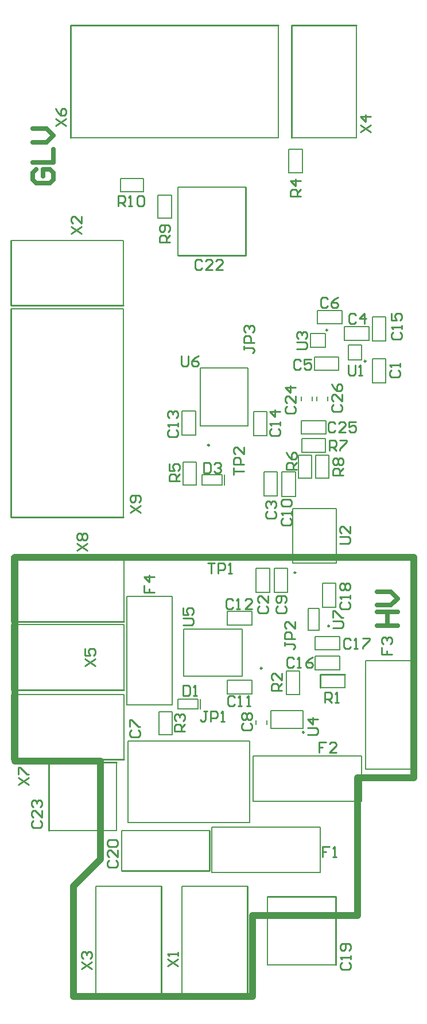
<source format=gto>
G04*
G04 #@! TF.GenerationSoftware,Altium Limited,Altium Designer,18.1.11 (251)*
G04*
G04 Layer_Color=65535*
%FSLAX25Y25*%
%MOIN*%
G70*
G01*
G75*
%ADD10C,0.00984*%
%ADD11C,0.00787*%
%ADD12C,0.01000*%
%ADD13C,0.03937*%
%ADD14C,0.02756*%
D10*
X232654Y217016D02*
G03*
X232654Y217016I-492J0D01*
G01*
X162937Y322016D02*
G03*
X162937Y322016I-492J0D01*
G01*
X193476Y192445D02*
G03*
X193476Y192445I-492J0D01*
G01*
X217941Y155201D02*
G03*
X217941Y155201I-492J0D01*
G01*
X231610Y388795D02*
G03*
X231610Y388795I-492J0D01*
G01*
X213075Y248043D02*
G03*
X213075Y248043I-492J0D01*
G01*
X253898Y370772D02*
G03*
X253898Y370772I-492J0D01*
G01*
D11*
X209063Y493693D02*
X216937D01*
Y480307D02*
Y493693D01*
X209063Y480307D02*
X216937D01*
X209063D02*
Y493693D01*
X47724Y440898D02*
X113079D01*
Y403102D02*
Y440898D01*
X48083Y257398D02*
X113437D01*
Y219602D02*
Y257398D01*
X113079Y280209D02*
Y401075D01*
X47724D02*
X113079D01*
X48083Y177287D02*
X113437D01*
Y139492D02*
Y177287D01*
X82201Y500563D02*
X203067D01*
Y565917D01*
X48083Y217787D02*
X113437D01*
Y179992D02*
Y217787D01*
X248398Y500421D02*
Y565776D01*
X210602Y500421D02*
X248398D01*
X97102Y500D02*
Y65854D01*
X134898D01*
X147102Y500D02*
Y65854D01*
X184898D01*
X226650Y214653D02*
Y227252D01*
X220351Y214653D02*
Y227252D01*
Y214653D02*
X226650D01*
X220351Y227252D02*
X226650D01*
X157720Y366898D02*
X185280D01*
X157720Y333039D02*
X185280D01*
Y366898D01*
X157720Y333039D02*
Y366898D01*
X148102Y187721D02*
Y215280D01*
X181961Y187721D02*
Y215280D01*
X148102D02*
X181961D01*
X148102Y187721D02*
X181961D01*
X217449Y157528D02*
Y167799D01*
X198551Y157528D02*
Y167799D01*
Y157528D02*
X217449D01*
X198551Y167799D02*
X217449D01*
X221669Y378953D02*
Y386827D01*
X230331Y378953D02*
Y386827D01*
X221669Y378953D02*
X230331D01*
X221669Y386827D02*
X230331D01*
X211402Y253555D02*
X236598D01*
X211402Y285051D02*
X236598D01*
X211402Y253555D02*
Y285051D01*
X236598Y253555D02*
Y285051D01*
X243563Y380221D02*
X251437D01*
X243563Y371559D02*
X251437D01*
X243563D02*
Y380221D01*
X251437Y371559D02*
Y380221D01*
X111307Y469063D02*
Y476937D01*
X124693D01*
Y469063D02*
Y476937D01*
X111307Y469063D02*
X124693D01*
X133063Y467193D02*
X140937D01*
Y453807D02*
Y467193D01*
X133063Y453807D02*
X140937D01*
X133063D02*
Y467193D01*
X224563Y302685D02*
X232437D01*
X224563D02*
Y316071D01*
X232437D01*
Y302685D02*
Y316071D01*
X230193Y317941D02*
Y325815D01*
X216807Y317941D02*
X230193D01*
X216807D02*
Y325815D01*
X230193D01*
X214563Y302685D02*
X222437D01*
X214563D02*
Y316071D01*
X222437D01*
Y302685D02*
Y316071D01*
X147563Y298882D02*
X155437D01*
X147563D02*
Y312268D01*
X155437D01*
Y298882D02*
Y312268D01*
X133563Y167193D02*
X141437D01*
Y153807D02*
Y167193D01*
X133563Y153807D02*
X141437D01*
X133563D02*
Y167193D01*
X207563Y177307D02*
X215437D01*
X207563D02*
Y190693D01*
X215437D01*
Y177307D02*
Y190693D01*
X227413Y181063D02*
X241587D01*
Y188937D01*
X141299Y171268D02*
Y234260D01*
X114921Y171268D02*
X141299D01*
X114921D02*
Y234260D01*
X141299D01*
X253701Y133795D02*
Y196787D01*
X280079D01*
Y133795D02*
Y196787D01*
X253701Y133795D02*
X280079D01*
X188268Y115201D02*
X251260D01*
X188268D02*
Y141579D01*
X251260D01*
Y115201D02*
Y141579D01*
X164240Y100148D02*
X227232D01*
Y73770D02*
Y100148D01*
X164240Y73770D02*
X227232D01*
X164240D02*
Y100148D01*
X171587Y298819D02*
Y304724D01*
X158595Y298819D02*
Y304724D01*
X170406D01*
Y298819D02*
Y304724D01*
X158595Y298819D02*
X170406D01*
X157587Y168744D02*
Y174650D01*
X144595Y168744D02*
Y174650D01*
X156405D01*
Y168744D02*
Y174650D01*
X144595Y168744D02*
X156405D01*
X231650Y347697D02*
Y350059D01*
X225350Y347697D02*
Y350059D01*
X230587Y328441D02*
Y336315D01*
X216413Y328441D02*
X230587D01*
X216413D02*
Y336315D01*
X230587D01*
X216351Y347697D02*
Y350059D01*
X222650Y347697D02*
Y350059D01*
X108902Y98315D02*
Y137685D01*
X69532Y98315D02*
X108902D01*
X144598Y432315D02*
Y471685D01*
X183968D01*
X111909Y98311D02*
X163091D01*
X111909Y74689D02*
Y98311D01*
X196815Y20315D02*
X236185D01*
X196815D02*
Y59685D01*
X228563Y241965D02*
X236437D01*
Y227791D02*
Y241965D01*
X228563Y227791D02*
X236437D01*
X228563D02*
Y241965D01*
X238587Y203063D02*
Y210937D01*
X224413Y203063D02*
X238587D01*
X224413D02*
Y210937D01*
X238587D01*
Y191563D02*
Y199437D01*
X224413Y191563D02*
X238587D01*
X224413D02*
Y199437D01*
X238587D01*
X257563Y396587D02*
X265437D01*
Y382413D02*
Y396587D01*
X257563Y382413D02*
X265437D01*
X257563D02*
Y396587D01*
X188563Y341587D02*
X196437D01*
Y327413D02*
Y341587D01*
X188563Y327413D02*
X196437D01*
X188563D02*
Y341587D01*
X147063Y341846D02*
X154937D01*
Y327673D02*
Y341846D01*
X147063Y327673D02*
X154937D01*
X147063D02*
Y341846D01*
X173413Y217563D02*
Y225437D01*
X187587D01*
Y217563D02*
Y225437D01*
X173413Y217563D02*
X187587D01*
X173413Y177563D02*
Y185437D01*
X187587D01*
Y177563D02*
Y185437D01*
X173413Y177563D02*
X187587D01*
X205063Y292173D02*
X212937D01*
X205063D02*
Y306347D01*
X212937D01*
Y292173D02*
Y306347D01*
X200563Y250539D02*
X208437D01*
Y236366D02*
Y250539D01*
X200563Y236366D02*
X208437D01*
X200563D02*
Y250539D01*
X196150Y159819D02*
Y162181D01*
X189850Y159819D02*
Y162181D01*
X115567Y150122D02*
X186433D01*
Y102878D02*
Y150122D01*
X115567Y102878D02*
X186433D01*
X115567D02*
Y150122D01*
X239827Y392453D02*
Y400327D01*
X225654Y392453D02*
X239827D01*
X225654D02*
Y400327D01*
X239827D01*
X223914Y365453D02*
Y373327D01*
X238087D01*
Y365453D02*
Y373327D01*
X223914Y365453D02*
X238087D01*
X255587Y382953D02*
Y390827D01*
X241413Y382953D02*
X255587D01*
X241413D02*
Y390827D01*
X255587D01*
X194563Y292413D02*
X202437D01*
X194563D02*
Y306587D01*
X202437D01*
Y292413D02*
Y306587D01*
X190063Y250539D02*
X197937D01*
Y236366D02*
Y250539D01*
X190063Y236366D02*
X197937D01*
X190063D02*
Y250539D01*
X257563Y358063D02*
X265437D01*
X257563D02*
Y372236D01*
X265437D01*
Y358063D02*
Y372236D01*
D12*
X47724Y403102D02*
Y440898D01*
Y403102D02*
X113079D01*
X48083Y219602D02*
Y257398D01*
Y219602D02*
X113437D01*
X47724Y280209D02*
X113079D01*
X47724D02*
Y401075D01*
X48083Y139492D02*
Y177287D01*
Y139492D02*
X113437D01*
X82201Y500563D02*
Y565917D01*
X203067D01*
X48083Y179992D02*
Y217787D01*
Y179992D02*
X113437D01*
X210602Y565776D02*
X248398D01*
X210602Y500421D02*
Y565776D01*
X97102Y500D02*
X134898D01*
Y65854D01*
X147102Y500D02*
X184898D01*
Y65854D01*
X227413Y181063D02*
Y188937D01*
X241587D01*
X69532Y137685D02*
X108902D01*
X69532Y98315D02*
Y137685D01*
X144598Y432315D02*
X183968D01*
Y471685D01*
X163091Y74689D02*
Y98311D01*
X111909Y74689D02*
X163091D01*
X236185Y20315D02*
Y59685D01*
X196815D02*
X236185D01*
X215999Y466502D02*
X210001D01*
Y469501D01*
X211001Y470500D01*
X213000D01*
X214000Y469501D01*
Y466502D01*
Y468501D02*
X215999Y470500D01*
Y475499D02*
X210001D01*
X213000Y472500D01*
Y476498D01*
X117001Y283002D02*
X122999Y287000D01*
X117001D02*
X122999Y283002D01*
X121999Y289000D02*
X122999Y289999D01*
Y291999D01*
X121999Y292998D01*
X118001D01*
X117001Y291999D01*
Y289999D01*
X118001Y289000D01*
X119000D01*
X120000Y289999D01*
Y292998D01*
X86001Y261002D02*
X91999Y265000D01*
X86001D02*
X91999Y261002D01*
X87001Y267000D02*
X86001Y267999D01*
Y269999D01*
X87001Y270998D01*
X88000D01*
X89000Y269999D01*
X90000Y270998D01*
X90999D01*
X91999Y269999D01*
Y267999D01*
X90999Y267000D01*
X90000D01*
X89000Y267999D01*
X88000Y267000D01*
X87001D01*
X89000Y267999D02*
Y269999D01*
X82501Y445002D02*
X88499Y449000D01*
X82501D02*
X88499Y445002D01*
Y454998D02*
Y451000D01*
X84500Y454998D01*
X83501D01*
X82501Y453999D01*
Y451999D01*
X83501Y451000D01*
X125001Y240500D02*
Y236502D01*
X128000D01*
Y238501D01*
Y236502D01*
X130999D01*
Y245499D02*
X125001D01*
X128000Y242500D01*
Y246498D01*
X263001Y204500D02*
Y200502D01*
X266000D01*
Y202501D01*
Y200502D01*
X268999D01*
X264001Y206500D02*
X263001Y207499D01*
Y209499D01*
X264001Y210498D01*
X265000D01*
X266000Y209499D01*
Y208499D01*
Y209499D01*
X267000Y210498D01*
X267999D01*
X268999Y209499D01*
Y207499D01*
X267999Y206500D01*
X230499Y149498D02*
X226500D01*
Y146499D01*
X228499D01*
X226500D01*
Y143500D01*
X236497D02*
X232498D01*
X236497Y147499D01*
Y148498D01*
X235497Y149498D01*
X233498D01*
X232498Y148498D01*
X232499Y88998D02*
X228500D01*
Y85999D01*
X230499D01*
X228500D01*
Y83000D01*
X234498D02*
X236497D01*
X235498D01*
Y88998D01*
X234498Y87998D01*
X52001Y125002D02*
X57999Y129000D01*
X52001D02*
X57999Y125002D01*
X52001Y131000D02*
Y134998D01*
X53001D01*
X56999Y131000D01*
X57999D01*
X73501Y507502D02*
X79499Y511500D01*
X73501D02*
X79499Y507502D01*
X73501Y517498D02*
X74501Y515499D01*
X76500Y513500D01*
X78499D01*
X79499Y514499D01*
Y516499D01*
X78499Y517498D01*
X77500D01*
X76500Y516499D01*
Y513500D01*
X90501Y194002D02*
X96499Y198000D01*
X90501D02*
X96499Y194002D01*
X90501Y203998D02*
Y200000D01*
X93500D01*
X92500Y201999D01*
Y202999D01*
X93500Y203998D01*
X95499D01*
X96499Y202999D01*
Y200999D01*
X95499Y200000D01*
X250501Y504002D02*
X256499Y508000D01*
X250501D02*
X256499Y504002D01*
Y512999D02*
X250501D01*
X253500Y510000D01*
Y513998D01*
X88501Y18002D02*
X94499Y22000D01*
X88501D02*
X94499Y18002D01*
X89501Y24000D02*
X88501Y24999D01*
Y26999D01*
X89501Y27998D01*
X90500D01*
X91500Y26999D01*
Y25999D01*
Y26999D01*
X92500Y27998D01*
X93499D01*
X94499Y26999D01*
Y24999D01*
X93499Y24000D01*
X138501Y19501D02*
X144499Y23500D01*
X138501D02*
X144499Y19501D01*
Y25499D02*
Y27499D01*
Y26499D01*
X138501D01*
X139501Y25499D01*
Y331001D02*
X138501Y330001D01*
Y328002D01*
X139501Y327002D01*
X143499D01*
X144499Y328002D01*
Y330001D01*
X143499Y331001D01*
X144499Y333000D02*
Y335000D01*
Y334000D01*
X138501D01*
X139501Y333000D01*
Y337999D02*
X138501Y338999D01*
Y340998D01*
X139501Y341998D01*
X140500D01*
X141500Y340998D01*
Y339998D01*
Y340998D01*
X142500Y341998D01*
X143499D01*
X144499Y340998D01*
Y338999D01*
X143499Y337999D01*
X177499Y175498D02*
X176499Y176498D01*
X174500D01*
X173500Y175498D01*
Y171500D01*
X174500Y170500D01*
X176499D01*
X177499Y171500D01*
X179498Y170500D02*
X181497D01*
X180498D01*
Y176498D01*
X179498Y175498D01*
X184496Y170500D02*
X186496D01*
X185496D01*
Y176498D01*
X184496Y175498D01*
X182502Y160499D02*
X181502Y159499D01*
Y157500D01*
X182502Y156500D01*
X186500D01*
X187500Y157500D01*
Y159499D01*
X186500Y160499D01*
X182502Y162498D02*
X181502Y163498D01*
Y165497D01*
X182502Y166497D01*
X183501D01*
X184501Y165497D01*
X185501Y166497D01*
X186500D01*
X187500Y165497D01*
Y163498D01*
X186500Y162498D01*
X185501D01*
X184501Y163498D01*
X183501Y162498D01*
X182502D01*
X184501Y163498D02*
Y165497D01*
X110000Y461000D02*
Y466998D01*
X112999D01*
X113999Y465998D01*
Y463999D01*
X112999Y462999D01*
X110000D01*
X111999D02*
X113999Y461000D01*
X115998D02*
X117997D01*
X116998D01*
Y466998D01*
X115998Y465998D01*
X120996D02*
X121996Y466998D01*
X123995D01*
X124995Y465998D01*
Y462000D01*
X123995Y461000D01*
X121996D01*
X120996Y462000D01*
Y465998D01*
X140000Y440000D02*
X134002D01*
Y442999D01*
X135002Y443999D01*
X137001D01*
X138001Y442999D01*
Y440000D01*
Y441999D02*
X140000Y443999D01*
X139000Y445998D02*
X140000Y446998D01*
Y448997D01*
X139000Y449997D01*
X135002D01*
X134002Y448997D01*
Y446998D01*
X135002Y445998D01*
X136001D01*
X137001Y446998D01*
Y449997D01*
X230000Y172500D02*
Y178498D01*
X232999D01*
X233999Y177498D01*
Y175499D01*
X232999Y174499D01*
X230000D01*
X231999D02*
X233999Y172500D01*
X235998D02*
X237997D01*
X236998D01*
Y178498D01*
X235998Y177498D01*
X117501Y156500D02*
X116501Y155501D01*
Y153501D01*
X117501Y152502D01*
X121499D01*
X122499Y153501D01*
Y155501D01*
X121499Y156500D01*
X116501Y158500D02*
Y162498D01*
X117501D01*
X121499Y158500D01*
X122499D01*
X234502Y216000D02*
X239500D01*
X240500Y217000D01*
Y218999D01*
X239500Y219999D01*
X234502D01*
Y221998D02*
Y225997D01*
X235502D01*
X239500Y221998D01*
X240500D01*
X146567Y373998D02*
Y369000D01*
X147567Y368000D01*
X149566D01*
X150566Y369000D01*
Y373998D01*
X156564D02*
X154564Y372998D01*
X152565Y370999D01*
Y369000D01*
X153565Y368000D01*
X155564D01*
X156564Y369000D01*
Y369999D01*
X155564Y370999D01*
X152565D01*
X147501Y217502D02*
X152499D01*
X153499Y218501D01*
Y220501D01*
X152499Y221500D01*
X147501D01*
Y227498D02*
Y223500D01*
X150500D01*
X149500Y225499D01*
Y226499D01*
X150500Y227498D01*
X152499D01*
X153499Y226499D01*
Y224499D01*
X152499Y223500D01*
X220002Y154000D02*
X225000D01*
X226000Y155000D01*
Y156999D01*
X225000Y157999D01*
X220002D01*
X226000Y162997D02*
X220002D01*
X223001Y159998D01*
Y163997D01*
X213501Y377891D02*
X218499D01*
X219499Y378891D01*
Y380890D01*
X218499Y381890D01*
X213501D01*
X214501Y383889D02*
X213501Y384889D01*
Y386889D01*
X214501Y387888D01*
X215500D01*
X216500Y386889D01*
Y385889D01*
Y386889D01*
X217500Y387888D01*
X218499D01*
X219499Y386889D01*
Y384889D01*
X218499Y383889D01*
X238501Y265002D02*
X243499D01*
X244499Y266001D01*
Y268001D01*
X243499Y269000D01*
X238501D01*
X244499Y274998D02*
Y271000D01*
X240500Y274998D01*
X239501D01*
X238501Y273999D01*
Y271999D01*
X239501Y271000D01*
X243500Y368498D02*
Y363500D01*
X244500Y362500D01*
X246499D01*
X247499Y363500D01*
Y368498D01*
X249498Y362500D02*
X251497D01*
X250498D01*
Y368498D01*
X249498Y367498D01*
X177002Y305000D02*
Y308999D01*
Y306999D01*
X183000D01*
Y310998D02*
X177002D01*
Y313997D01*
X178002Y314997D01*
X180001D01*
X181001Y313997D01*
Y310998D01*
X183000Y320995D02*
Y316996D01*
X179001Y320995D01*
X178002D01*
X177002Y319995D01*
Y317996D01*
X178002Y316996D01*
X162000Y253451D02*
X165999D01*
X163999D01*
Y247453D01*
X167998D02*
Y253451D01*
X170997D01*
X171997Y252451D01*
Y250452D01*
X170997Y249452D01*
X167998D01*
X173996Y247453D02*
X175996D01*
X174996D01*
Y253451D01*
X173996Y252451D01*
X240500Y304500D02*
X234502D01*
Y307499D01*
X235502Y308499D01*
X237501D01*
X238501Y307499D01*
Y304500D01*
Y306499D02*
X240500Y308499D01*
X235502Y310498D02*
X234502Y311498D01*
Y313497D01*
X235502Y314497D01*
X236501D01*
X237501Y313497D01*
X238501Y314497D01*
X239500D01*
X240500Y313497D01*
Y311498D01*
X239500Y310498D01*
X238501D01*
X237501Y311498D01*
X236501Y310498D01*
X235502D01*
X237501Y311498D02*
Y313497D01*
X232500Y319000D02*
Y324998D01*
X235499D01*
X236499Y323998D01*
Y321999D01*
X235499Y320999D01*
X232500D01*
X234499D02*
X236499Y319000D01*
X238498Y324998D02*
X242497D01*
Y323998D01*
X238498Y320000D01*
Y319000D01*
X213500Y308000D02*
X207502D01*
Y310999D01*
X208502Y311999D01*
X210501D01*
X211501Y310999D01*
Y308000D01*
Y309999D02*
X213500Y311999D01*
X207502Y317997D02*
X208502Y315997D01*
X210501Y313998D01*
X212500D01*
X213500Y314998D01*
Y316997D01*
X212500Y317997D01*
X211501D01*
X210501Y316997D01*
Y313998D01*
X145499Y301076D02*
X139501D01*
Y304076D01*
X140501Y305075D01*
X142500D01*
X143500Y304076D01*
Y301076D01*
Y303076D02*
X145499Y305075D01*
X139501Y311073D02*
Y307074D01*
X142500D01*
X141500Y309074D01*
Y310073D01*
X142500Y311073D01*
X144500D01*
X145499Y310073D01*
Y308074D01*
X144500Y307074D01*
X148500Y156000D02*
X142502D01*
Y158999D01*
X143502Y159999D01*
X145501D01*
X146501Y158999D01*
Y156000D01*
Y157999D02*
X148500Y159999D01*
X143502Y161998D02*
X142502Y162998D01*
Y164997D01*
X143502Y165997D01*
X144501D01*
X145501Y164997D01*
Y163997D01*
Y164997D01*
X146501Y165997D01*
X147500D01*
X148500Y164997D01*
Y162998D01*
X147500Y161998D01*
X205000Y179500D02*
X199002D01*
Y182499D01*
X200002Y183499D01*
X202001D01*
X203001Y182499D01*
Y179500D01*
Y181499D02*
X205000Y183499D01*
Y189497D02*
Y185498D01*
X201001Y189497D01*
X200002D01*
X199002Y188497D01*
Y186498D01*
X200002Y185498D01*
X183001Y379501D02*
Y377502D01*
Y378502D01*
X187999D01*
X188999Y377502D01*
Y376502D01*
X187999Y375503D01*
X188999Y381501D02*
X183001D01*
Y384500D01*
X184001Y385499D01*
X186000D01*
X187000Y384500D01*
Y381501D01*
X184001Y387499D02*
X183001Y388498D01*
Y390498D01*
X184001Y391497D01*
X185000D01*
X186000Y390498D01*
Y389498D01*
Y390498D01*
X187000Y391497D01*
X187999D01*
X188999Y390498D01*
Y388498D01*
X187999Y387499D01*
X206501Y207501D02*
Y205502D01*
Y206502D01*
X211499D01*
X212499Y205502D01*
Y204502D01*
X211499Y203503D01*
X212499Y209501D02*
X206501D01*
Y212500D01*
X207501Y213499D01*
X209500D01*
X210500Y212500D01*
Y209501D01*
X212499Y219497D02*
Y215499D01*
X208500Y219497D01*
X207501D01*
X206501Y218498D01*
Y216498D01*
X207501Y215499D01*
X161577Y167498D02*
X159578D01*
X160578D01*
Y162500D01*
X159578Y161500D01*
X158578D01*
X157579Y162500D01*
X163577Y161500D02*
Y167498D01*
X166576D01*
X167576Y166498D01*
Y164499D01*
X166576Y163499D01*
X163577D01*
X169575Y161500D02*
X171574D01*
X170574D01*
Y167498D01*
X169575Y166498D01*
X159500Y311998D02*
Y306000D01*
X162499D01*
X163499Y307000D01*
Y310998D01*
X162499Y311998D01*
X159500D01*
X165498Y310998D02*
X166498Y311998D01*
X168497D01*
X169497Y310998D01*
Y309999D01*
X168497Y308999D01*
X167497D01*
X168497D01*
X169497Y307999D01*
Y307000D01*
X168497Y306000D01*
X166498D01*
X165498Y307000D01*
X147547Y182545D02*
Y176547D01*
X150546D01*
X151546Y177547D01*
Y181546D01*
X150546Y182545D01*
X147547D01*
X153545Y176547D02*
X155545D01*
X154545D01*
Y182545D01*
X153545Y181546D01*
X235002Y345499D02*
X234002Y344499D01*
Y342500D01*
X235002Y341500D01*
X239000D01*
X240000Y342500D01*
Y344499D01*
X239000Y345499D01*
X240000Y351497D02*
Y347498D01*
X236001Y351497D01*
X235002D01*
X234002Y350497D01*
Y348498D01*
X235002Y347498D01*
X234002Y357495D02*
X235002Y355496D01*
X237001Y353496D01*
X239000D01*
X240000Y354496D01*
Y356495D01*
X239000Y357495D01*
X238001D01*
X237001Y356495D01*
Y353496D01*
X235999Y334498D02*
X234999Y335498D01*
X233000D01*
X232000Y334498D01*
Y330500D01*
X233000Y329500D01*
X234999D01*
X235999Y330500D01*
X241997Y329500D02*
X237998D01*
X241997Y333499D01*
Y334498D01*
X240997Y335498D01*
X238998D01*
X237998Y334498D01*
X247995Y335498D02*
X243996D01*
Y332499D01*
X245995Y333499D01*
X246995D01*
X247995Y332499D01*
Y330500D01*
X246995Y329500D01*
X244996D01*
X243996Y330500D01*
X208002Y344499D02*
X207002Y343499D01*
Y341500D01*
X208002Y340500D01*
X212000D01*
X213000Y341500D01*
Y343499D01*
X212000Y344499D01*
X213000Y350497D02*
Y346498D01*
X209001Y350497D01*
X208002D01*
X207002Y349497D01*
Y347498D01*
X208002Y346498D01*
X213000Y355495D02*
X207002D01*
X210001Y352496D01*
Y356495D01*
X60717Y104001D02*
X59718Y103002D01*
Y101002D01*
X60717Y100003D01*
X64716D01*
X65716Y101002D01*
Y103002D01*
X64716Y104001D01*
X65716Y109999D02*
Y106001D01*
X61717Y109999D01*
X60717D01*
X59718Y109000D01*
Y107000D01*
X60717Y106001D01*
Y111999D02*
X59718Y112998D01*
Y114998D01*
X60717Y115997D01*
X61717D01*
X62717Y114998D01*
Y113998D01*
Y114998D01*
X63716Y115997D01*
X64716D01*
X65716Y114998D01*
Y112998D01*
X64716Y111999D01*
X158499Y428998D02*
X157499Y429998D01*
X155500D01*
X154500Y428998D01*
Y425000D01*
X155500Y424000D01*
X157499D01*
X158499Y425000D01*
X164497Y424000D02*
X160498D01*
X164497Y427999D01*
Y428998D01*
X163497Y429998D01*
X161498D01*
X160498Y428998D01*
X170495Y424000D02*
X166496D01*
X170495Y427999D01*
Y428998D01*
X169495Y429998D01*
X167496D01*
X166496Y428998D01*
X104502Y80999D02*
X103502Y79999D01*
Y78000D01*
X104502Y77000D01*
X108500D01*
X109500Y78000D01*
Y79999D01*
X108500Y80999D01*
X109500Y86997D02*
Y82998D01*
X105501Y86997D01*
X104502D01*
X103502Y85997D01*
Y83998D01*
X104502Y82998D01*
Y88996D02*
X103502Y89996D01*
Y91995D01*
X104502Y92995D01*
X108500D01*
X109500Y91995D01*
Y89996D01*
X108500Y88996D01*
X104502D01*
X240001Y21501D02*
X239001Y20501D01*
Y18502D01*
X240001Y17502D01*
X243999D01*
X244999Y18502D01*
Y20501D01*
X243999Y21501D01*
X244999Y23501D02*
Y25500D01*
Y24500D01*
X239001D01*
X240001Y23501D01*
X243999Y28499D02*
X244999Y29498D01*
Y31498D01*
X243999Y32498D01*
X240001D01*
X239001Y31498D01*
Y29498D01*
X240001Y28499D01*
X241000D01*
X242000Y29498D01*
Y32498D01*
X239762Y230999D02*
X238762Y229999D01*
Y228000D01*
X239762Y227000D01*
X243760D01*
X244760Y228000D01*
Y229999D01*
X243760Y230999D01*
X244760Y232998D02*
Y234997D01*
Y233998D01*
X238762D01*
X239762Y232998D01*
Y237996D02*
X238762Y238996D01*
Y240996D01*
X239762Y241995D01*
X240761D01*
X241761Y240996D01*
X242761Y241995D01*
X243760D01*
X244760Y240996D01*
Y238996D01*
X243760Y237996D01*
X242761D01*
X241761Y238996D01*
X240761Y237996D01*
X239762D01*
X241761Y238996D02*
Y240996D01*
X244999Y208998D02*
X243999Y209998D01*
X242000D01*
X241000Y208998D01*
Y205000D01*
X242000Y204000D01*
X243999D01*
X244999Y205000D01*
X246998Y204000D02*
X248997D01*
X247998D01*
Y209998D01*
X246998Y208998D01*
X251996Y209998D02*
X255995D01*
Y208998D01*
X251996Y205000D01*
Y204000D01*
X211999Y197998D02*
X210999Y198998D01*
X209000D01*
X208000Y197998D01*
Y194000D01*
X209000Y193000D01*
X210999D01*
X211999Y194000D01*
X213998Y193000D02*
X215997D01*
X214998D01*
Y198998D01*
X213998Y197998D01*
X222995Y198998D02*
X220996Y197998D01*
X218996Y195999D01*
Y194000D01*
X219996Y193000D01*
X221995D01*
X222995Y194000D01*
Y194999D01*
X221995Y195999D01*
X218996D01*
X269501Y387501D02*
X268501Y386502D01*
Y384502D01*
X269501Y383502D01*
X273499D01*
X274499Y384502D01*
Y386502D01*
X273499Y387501D01*
X274499Y389500D02*
Y391500D01*
Y390500D01*
X268501D01*
X269501Y389500D01*
X268501Y398498D02*
Y394499D01*
X271500D01*
X270500Y396498D01*
Y397498D01*
X271500Y398498D01*
X273499D01*
X274499Y397498D01*
Y395498D01*
X273499Y394499D01*
X199002Y331499D02*
X198002Y330499D01*
Y328500D01*
X199002Y327500D01*
X203000D01*
X204000Y328500D01*
Y330499D01*
X203000Y331499D01*
X204000Y333498D02*
Y335497D01*
Y334498D01*
X198002D01*
X199002Y333498D01*
X204000Y341495D02*
X198002D01*
X201001Y338496D01*
Y342495D01*
X176499Y231998D02*
X175499Y232998D01*
X173500D01*
X172500Y231998D01*
Y228000D01*
X173500Y227000D01*
X175499D01*
X176499Y228000D01*
X178498Y227000D02*
X180497D01*
X179498D01*
Y232998D01*
X178498Y231998D01*
X187495Y227000D02*
X183496D01*
X187495Y230999D01*
Y231998D01*
X186495Y232998D01*
X184496D01*
X183496Y231998D01*
X205502Y279499D02*
X204502Y278499D01*
Y276500D01*
X205502Y275500D01*
X209500D01*
X210500Y276500D01*
Y278499D01*
X209500Y279499D01*
X210500Y281498D02*
Y283497D01*
Y282498D01*
X204502D01*
X205502Y281498D01*
Y286496D02*
X204502Y287496D01*
Y289495D01*
X205502Y290495D01*
X209500D01*
X210500Y289495D01*
Y287496D01*
X209500Y286496D01*
X205502D01*
X202501Y228453D02*
X201501Y227453D01*
Y225454D01*
X202501Y224454D01*
X206499D01*
X207499Y225454D01*
Y227453D01*
X206499Y228453D01*
Y230452D02*
X207499Y231452D01*
Y233452D01*
X206499Y234451D01*
X202501D01*
X201501Y233452D01*
Y231452D01*
X202501Y230452D01*
X203500D01*
X204500Y231452D01*
Y234451D01*
X231499Y406998D02*
X230499Y407998D01*
X228500D01*
X227500Y406998D01*
Y403000D01*
X228500Y402000D01*
X230499D01*
X231499Y403000D01*
X237497Y407998D02*
X235497Y406998D01*
X233498Y404999D01*
Y403000D01*
X234498Y402000D01*
X236497D01*
X237497Y403000D01*
Y403999D01*
X236497Y404999D01*
X233498D01*
X215999Y370998D02*
X214999Y371998D01*
X213000D01*
X212000Y370998D01*
Y367000D01*
X213000Y366000D01*
X214999D01*
X215999Y367000D01*
X221997Y371998D02*
X217998D01*
Y368999D01*
X219997Y369999D01*
X220997D01*
X221997Y368999D01*
Y367000D01*
X220997Y366000D01*
X218998D01*
X217998Y367000D01*
X247999Y397498D02*
X246999Y398498D01*
X245000D01*
X244000Y397498D01*
Y393500D01*
X245000Y392500D01*
X246999D01*
X247999Y393500D01*
X252997Y392500D02*
Y398498D01*
X249998Y395499D01*
X253997D01*
X196502Y283499D02*
X195502Y282499D01*
Y280500D01*
X196502Y279500D01*
X200500D01*
X201500Y280500D01*
Y282499D01*
X200500Y283499D01*
X196502Y285498D02*
X195502Y286498D01*
Y288497D01*
X196502Y289497D01*
X197501D01*
X198501Y288497D01*
Y287497D01*
Y288497D01*
X199501Y289497D01*
X200500D01*
X201500Y288497D01*
Y286498D01*
X200500Y285498D01*
X192001Y228453D02*
X191001Y227453D01*
Y225454D01*
X192001Y224454D01*
X196000D01*
X196999Y225454D01*
Y227453D01*
X196000Y228453D01*
X196999Y234451D02*
Y230452D01*
X193000Y234451D01*
X192001D01*
X191001Y233452D01*
Y231452D01*
X192001Y230452D01*
X268501Y365390D02*
X267501Y364390D01*
Y362391D01*
X268501Y361391D01*
X272499D01*
X273499Y362391D01*
Y364390D01*
X272499Y365390D01*
X273499Y367389D02*
Y369389D01*
Y368389D01*
X267501D01*
X268501Y367389D01*
D13*
X249000Y129000D02*
X281500D01*
X249000Y49000D02*
Y129000D01*
X281500Y257000D02*
X281500Y129000D01*
X50000Y138500D02*
Y257000D01*
Y138500D02*
X99500D01*
Y81500D02*
Y138500D01*
X84000Y2000D02*
X188000D01*
Y49000D01*
X249000D01*
X84000Y66000D02*
X99500Y81500D01*
X50000Y257000D02*
X281500Y257000D01*
X84000Y2000D02*
Y66000D01*
D14*
X62405Y482127D02*
X60437Y480160D01*
Y476224D01*
X62405Y474256D01*
X70276D01*
X72244Y476224D01*
Y480160D01*
X70276Y482127D01*
X66341D01*
Y478192D01*
X60437Y486063D02*
X72244D01*
Y493935D01*
X60437Y497870D02*
X68308D01*
X72244Y501806D01*
X68308Y505742D01*
X60437D01*
X260437Y217256D02*
X272244D01*
X266340D01*
Y225127D01*
X260437D01*
X272244D01*
X260437Y229063D02*
X268308D01*
X272244Y232999D01*
X268308Y236935D01*
X260437D01*
M02*

</source>
